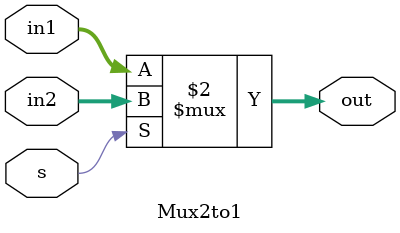
<source format=v>
module Mux2to1 #(parameter size = 32) (in1, in2, s, out);

	// inputs	
	input s;
	input [size-1:0] in1, in2; //Error it was [size:0]
	
	// outputs
	output [size-1:0] out;

	// Unit logic
	assign out = (~s) ? in1 : in2;
	
endmodule

</source>
